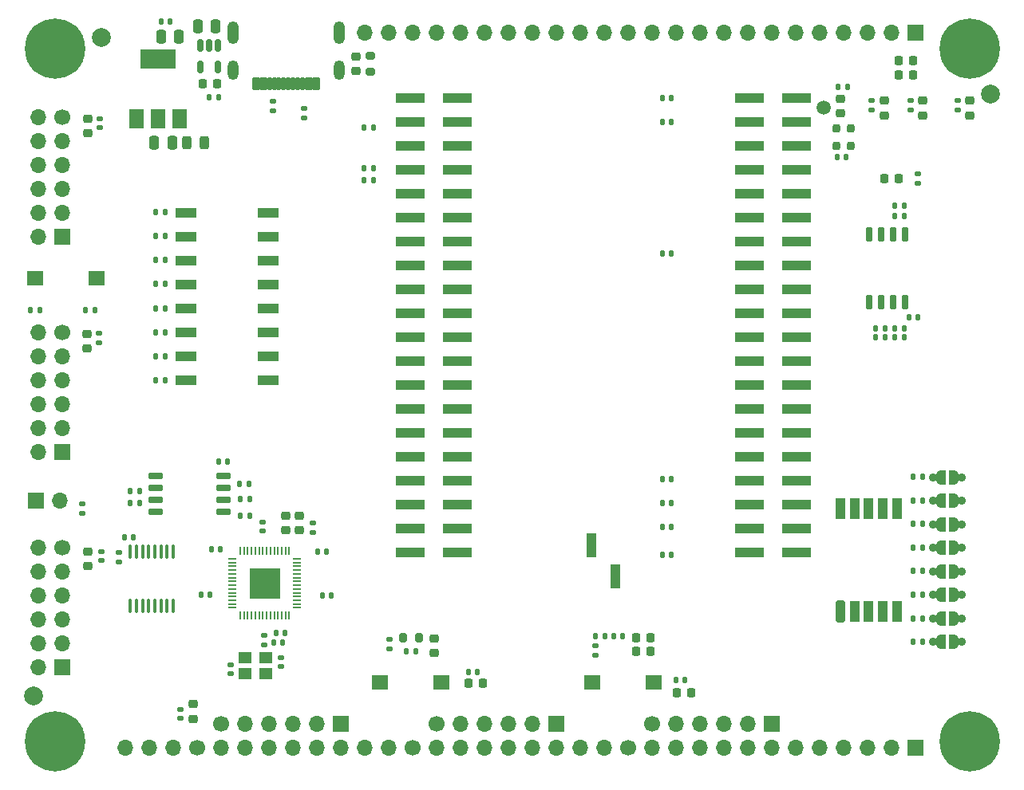
<source format=gbr>
G04 #@! TF.GenerationSoftware,KiCad,Pcbnew,7.0.9-7.0.9~ubuntu22.04.1*
G04 #@! TF.CreationDate,2023-12-15T15:20:45-05:00*
G04 #@! TF.ProjectId,tinytapeout-demo,74696e79-7461-4706-956f-75742d64656d,0.9.4*
G04 #@! TF.SameCoordinates,PX35e1f20PY8044ea0*
G04 #@! TF.FileFunction,Soldermask,Top*
G04 #@! TF.FilePolarity,Negative*
%FSLAX46Y46*%
G04 Gerber Fmt 4.6, Leading zero omitted, Abs format (unit mm)*
G04 Created by KiCad (PCBNEW 7.0.9-7.0.9~ubuntu22.04.1) date 2023-12-15 15:20:45*
%MOMM*%
%LPD*%
G01*
G04 APERTURE LIST*
G04 Aperture macros list*
%AMRoundRect*
0 Rectangle with rounded corners*
0 $1 Rounding radius*
0 $2 $3 $4 $5 $6 $7 $8 $9 X,Y pos of 4 corners*
0 Add a 4 corners polygon primitive as box body*
4,1,4,$2,$3,$4,$5,$6,$7,$8,$9,$2,$3,0*
0 Add four circle primitives for the rounded corners*
1,1,$1+$1,$2,$3*
1,1,$1+$1,$4,$5*
1,1,$1+$1,$6,$7*
1,1,$1+$1,$8,$9*
0 Add four rect primitives between the rounded corners*
20,1,$1+$1,$2,$3,$4,$5,0*
20,1,$1+$1,$4,$5,$6,$7,0*
20,1,$1+$1,$6,$7,$8,$9,0*
20,1,$1+$1,$8,$9,$2,$3,0*%
%AMFreePoly0*
4,1,19,0.500000,-0.750000,0.000000,-0.750000,0.000000,-0.744911,-0.071157,-0.744911,-0.207708,-0.704816,-0.327430,-0.627875,-0.420627,-0.520320,-0.479746,-0.390866,-0.500000,-0.250000,-0.500000,0.250000,-0.479746,0.390866,-0.420627,0.520320,-0.327430,0.627875,-0.207708,0.704816,-0.071157,0.744911,0.000000,0.744911,0.000000,0.750000,0.500000,0.750000,0.500000,-0.750000,0.500000,-0.750000,
$1*%
%AMFreePoly1*
4,1,19,0.000000,0.744911,0.071157,0.744911,0.207708,0.704816,0.327430,0.627875,0.420627,0.520320,0.479746,0.390866,0.500000,0.250000,0.500000,-0.250000,0.479746,-0.390866,0.420627,-0.520320,0.327430,-0.627875,0.207708,-0.704816,0.071157,-0.744911,0.000000,-0.744911,0.000000,-0.750000,-0.500000,-0.750000,-0.500000,0.750000,0.000000,0.750000,0.000000,0.744911,0.000000,0.744911,
$1*%
G04 Aperture macros list end*
%ADD10C,0.900000*%
%ADD11FreePoly0,180.000000*%
%ADD12FreePoly1,180.000000*%
%ADD13RoundRect,0.225000X0.225000X0.250000X-0.225000X0.250000X-0.225000X-0.250000X0.225000X-0.250000X0*%
%ADD14RoundRect,0.135000X0.185000X-0.135000X0.185000X0.135000X-0.185000X0.135000X-0.185000X-0.135000X0*%
%ADD15RoundRect,0.225000X-0.250000X0.225000X-0.250000X-0.225000X0.250000X-0.225000X0.250000X0.225000X0*%
%ADD16RoundRect,0.140000X-0.140000X-0.170000X0.140000X-0.170000X0.140000X0.170000X-0.140000X0.170000X0*%
%ADD17RoundRect,0.135000X-0.185000X0.135000X-0.185000X-0.135000X0.185000X-0.135000X0.185000X0.135000X0*%
%ADD18C,6.400000*%
%ADD19C,2.000000*%
%ADD20RoundRect,0.135000X0.135000X0.185000X-0.135000X0.185000X-0.135000X-0.185000X0.135000X-0.185000X0*%
%ADD21RoundRect,0.102000X0.300000X0.550000X-0.300000X0.550000X-0.300000X-0.550000X0.300000X-0.550000X0*%
%ADD22RoundRect,0.102000X0.150000X0.550000X-0.150000X0.550000X-0.150000X-0.550000X0.150000X-0.550000X0*%
%ADD23O,1.250000X2.400000*%
%ADD24O,1.180000X2.080000*%
%ADD25R,1.700000X1.700000*%
%ADD26O,1.700000X1.700000*%
%ADD27C,1.700000*%
%ADD28RoundRect,0.250000X0.250000X0.475000X-0.250000X0.475000X-0.250000X-0.475000X0.250000X-0.475000X0*%
%ADD29RoundRect,0.135000X-0.135000X-0.185000X0.135000X-0.185000X0.135000X0.185000X-0.135000X0.185000X0*%
%ADD30RoundRect,0.140000X-0.170000X0.140000X-0.170000X-0.140000X0.170000X-0.140000X0.170000X0.140000X0*%
%ADD31RoundRect,0.200000X0.200000X0.275000X-0.200000X0.275000X-0.200000X-0.275000X0.200000X-0.275000X0*%
%ADD32RoundRect,0.140000X0.170000X-0.140000X0.170000X0.140000X-0.170000X0.140000X-0.170000X-0.140000X0*%
%ADD33R,1.400000X1.200000*%
%ADD34RoundRect,0.225000X-0.225000X-0.250000X0.225000X-0.250000X0.225000X0.250000X-0.225000X0.250000X0*%
%ADD35RoundRect,0.140000X0.140000X0.170000X-0.140000X0.170000X-0.140000X-0.170000X0.140000X-0.170000X0*%
%ADD36RoundRect,0.225000X0.250000X-0.225000X0.250000X0.225000X-0.250000X0.225000X-0.250000X-0.225000X0*%
%ADD37RoundRect,0.102000X0.750000X0.700000X-0.750000X0.700000X-0.750000X-0.700000X0.750000X-0.700000X0*%
%ADD38R,1.000000X2.510000*%
%ADD39R,2.200000X1.100000*%
%ADD40RoundRect,0.150000X-0.150000X0.650000X-0.150000X-0.650000X0.150000X-0.650000X0.150000X0.650000X0*%
%ADD41RoundRect,0.200000X0.300000X-0.950000X0.300000X0.950000X-0.300000X0.950000X-0.300000X-0.950000X0*%
%ADD42R,1.000000X2.300000*%
%ADD43RoundRect,0.150000X-0.650000X-0.150000X0.650000X-0.150000X0.650000X0.150000X-0.650000X0.150000X0*%
%ADD44RoundRect,0.050000X-0.387500X-0.050000X0.387500X-0.050000X0.387500X0.050000X-0.387500X0.050000X0*%
%ADD45RoundRect,0.050000X-0.050000X-0.387500X0.050000X-0.387500X0.050000X0.387500X-0.050000X0.387500X0*%
%ADD46R,3.200000X3.200000*%
%ADD47RoundRect,0.243750X0.243750X0.456250X-0.243750X0.456250X-0.243750X-0.456250X0.243750X-0.456250X0*%
%ADD48RoundRect,0.200000X0.200000X0.250000X-0.200000X0.250000X-0.200000X-0.250000X0.200000X-0.250000X0*%
%ADD49RoundRect,0.102000X-0.750000X-0.700000X0.750000X-0.700000X0.750000X0.700000X-0.750000X0.700000X0*%
%ADD50RoundRect,0.200000X0.275000X-0.200000X0.275000X0.200000X-0.275000X0.200000X-0.275000X-0.200000X0*%
%ADD51RoundRect,0.100000X0.100000X-0.637500X0.100000X0.637500X-0.100000X0.637500X-0.100000X-0.637500X0*%
%ADD52RoundRect,0.150000X-0.150000X0.512500X-0.150000X-0.512500X0.150000X-0.512500X0.150000X0.512500X0*%
%ADD53R,1.500000X2.000000*%
%ADD54R,3.800000X2.000000*%
%ADD55R,3.150000X1.000000*%
%ADD56RoundRect,0.218750X0.256250X-0.218750X0.256250X0.218750X-0.256250X0.218750X-0.256250X-0.218750X0*%
%ADD57C,1.500000*%
%ADD58RoundRect,0.250000X-0.250000X-0.475000X0.250000X-0.475000X0.250000X0.475000X-0.250000X0.475000X0*%
%ADD59RoundRect,0.218750X-0.218750X-0.256250X0.218750X-0.256250X0.218750X0.256250X-0.218750X0.256250X0*%
G04 APERTURE END LIST*
D10*
G04 #@! TO.C,JP7*
X99900000Y16780000D03*
D11*
X99050000Y16780000D03*
D12*
X97750000Y16780000D03*
D10*
X96900000Y16780000D03*
G04 #@! TD*
D13*
G04 #@! TO.C,C21*
X94775000Y74500000D03*
X93225000Y74500000D03*
G04 #@! TD*
D14*
G04 #@! TO.C,R15*
X99500000Y70790000D03*
X99500000Y71810000D03*
G04 #@! TD*
D15*
G04 #@! TO.C,C32*
X28200000Y27700000D03*
X28200000Y26150000D03*
G04 #@! TD*
D16*
G04 #@! TO.C,C23*
X68195000Y72000000D03*
X69155000Y72000000D03*
G04 #@! TD*
G04 #@! TO.C,C36*
X26920000Y14250000D03*
X27880000Y14250000D03*
G04 #@! TD*
D10*
G04 #@! TO.C,JP1*
X99900000Y31780000D03*
D11*
X99050000Y31780000D03*
D12*
X97750000Y31780000D03*
D10*
X96900000Y31780000D03*
G04 #@! TD*
D17*
G04 #@! TO.C,R20*
X26900000Y71710000D03*
X26900000Y70690000D03*
G04 #@! TD*
D18*
G04 #@! TO.C,MT3*
X3750000Y77250000D03*
G04 #@! TD*
D19*
G04 #@! TO.C,FID3*
X103000000Y72500000D03*
G04 #@! TD*
D20*
G04 #@! TO.C,R38*
X24360000Y31050000D03*
X23340000Y31050000D03*
G04 #@! TD*
D21*
G04 #@! TO.C,J15*
X31450000Y73550000D03*
X30650000Y73550000D03*
D22*
X29500000Y73550000D03*
X28500000Y73550000D03*
X28000000Y73550000D03*
X27000000Y73550000D03*
D21*
X25050000Y73550000D03*
X25850000Y73550000D03*
D22*
X26500000Y73550000D03*
X27500000Y73550000D03*
X29000000Y73550000D03*
X30000000Y73550000D03*
D23*
X33870000Y79000000D03*
D24*
X22630000Y75000000D03*
X33870000Y75000000D03*
D23*
X22630000Y79000000D03*
G04 #@! TD*
D25*
G04 #@! TO.C,J13*
X4500000Y34440000D03*
D26*
X4500000Y36980000D03*
X4500000Y39520000D03*
X4500000Y42060000D03*
X4500000Y44600000D03*
D27*
X4500000Y47140000D03*
D26*
X1960000Y34440000D03*
X1960000Y36980000D03*
X1960000Y39520000D03*
X1960000Y42060000D03*
X1960000Y44600000D03*
X1960000Y47140000D03*
G04 #@! TD*
D28*
G04 #@! TO.C,C6*
X16190000Y67290000D03*
X14290000Y67290000D03*
G04 #@! TD*
D29*
G04 #@! TO.C,R5*
X14390000Y52271429D03*
X15410000Y52271429D03*
G04 #@! TD*
D30*
G04 #@! TO.C,C56*
X8700000Y23880000D03*
X8700000Y22920000D03*
G04 #@! TD*
D28*
G04 #@! TO.C,C7*
X20800000Y79700000D03*
X18900000Y79700000D03*
G04 #@! TD*
D31*
G04 #@! TO.C,R7*
X42325000Y14750000D03*
X40675000Y14750000D03*
G04 #@! TD*
D29*
G04 #@! TO.C,R1*
X14390000Y42100000D03*
X15410000Y42100000D03*
G04 #@! TD*
D32*
G04 #@! TO.C,C29*
X22400000Y10870000D03*
X22400000Y11830000D03*
G04 #@! TD*
D27*
G04 #@! TO.C,J2*
X18810000Y3000000D03*
D26*
X16270000Y3000000D03*
X13730000Y3000000D03*
X11190000Y3000000D03*
G04 #@! TD*
D16*
G04 #@! TO.C,C24*
X68195000Y29000000D03*
X69155000Y29000000D03*
G04 #@! TD*
G04 #@! TO.C,C8*
X47595000Y11100000D03*
X48555000Y11100000D03*
G04 #@! TD*
D33*
G04 #@! TO.C,Y1*
X23900000Y10900000D03*
X26100000Y10900000D03*
X26100000Y12600000D03*
X23900000Y12600000D03*
G04 #@! TD*
D14*
G04 #@! TO.C,R18*
X90400000Y70790000D03*
X90400000Y71810000D03*
G04 #@! TD*
D30*
G04 #@! TO.C,C58*
X8500000Y69880000D03*
X8500000Y68920000D03*
G04 #@! TD*
D16*
G04 #@! TO.C,C27*
X11120000Y25400000D03*
X12080000Y25400000D03*
G04 #@! TD*
D29*
G04 #@! TO.C,R11*
X14390000Y59900000D03*
X15410000Y59900000D03*
G04 #@! TD*
D34*
G04 #@! TO.C,C16*
X65400000Y13260000D03*
X66950000Y13260000D03*
G04 #@! TD*
D20*
G04 #@! TO.C,R43*
X93810000Y59500000D03*
X92790000Y59500000D03*
G04 #@! TD*
D32*
G04 #@! TO.C,C4*
X17020000Y6165000D03*
X17020000Y7125000D03*
G04 #@! TD*
D20*
G04 #@! TO.C,R24*
X95765000Y26808572D03*
X94745000Y26808572D03*
G04 #@! TD*
G04 #@! TO.C,R22*
X95765000Y31820000D03*
X94745000Y31820000D03*
G04 #@! TD*
D10*
G04 #@! TO.C,JP3*
X99900000Y26780000D03*
D11*
X99050000Y26780000D03*
D12*
X97750000Y26780000D03*
D10*
X96900000Y26780000D03*
G04 #@! TD*
D29*
G04 #@! TO.C,R3*
X14390000Y47185715D03*
X15410000Y47185715D03*
G04 #@! TD*
D10*
G04 #@! TO.C,JP8*
X99900000Y14280000D03*
D11*
X99050000Y14280000D03*
D12*
X97750000Y14280000D03*
D10*
X96900000Y14280000D03*
G04 #@! TD*
D27*
G04 #@! TO.C,J8*
X64545000Y3000000D03*
D26*
X62005000Y3000000D03*
X59465000Y3000000D03*
G04 #@! TD*
D16*
G04 #@! TO.C,C2*
X63020000Y14900000D03*
X63980000Y14900000D03*
G04 #@! TD*
D25*
G04 #@! TO.C,J12*
X4500000Y11580000D03*
D26*
X4500000Y14120000D03*
X4500000Y16660000D03*
X4500000Y19200000D03*
X4500000Y21740000D03*
D27*
X4500000Y24280000D03*
D26*
X1960000Y11580000D03*
X1960000Y14120000D03*
X1960000Y16660000D03*
X1960000Y19200000D03*
X1960000Y21740000D03*
X1960000Y24280000D03*
G04 #@! TD*
D35*
G04 #@! TO.C,C18*
X69155000Y26500000D03*
X68195000Y26500000D03*
G04 #@! TD*
D17*
G04 #@! TO.C,R41*
X39250000Y14547500D03*
X39250000Y13527500D03*
G04 #@! TD*
D36*
G04 #@! TO.C,C42*
X87100000Y70425000D03*
X87100000Y71975000D03*
G04 #@! TD*
D37*
G04 #@! TO.C,SW2*
X67250000Y10000000D03*
X60750000Y10000000D03*
G04 #@! TD*
D14*
G04 #@! TO.C,R8*
X61100000Y12890000D03*
X61100000Y13910000D03*
G04 #@! TD*
D35*
G04 #@! TO.C,C28*
X87680000Y65800000D03*
X86720000Y65800000D03*
G04 #@! TD*
D16*
G04 #@! TO.C,C35*
X32120000Y19200000D03*
X33080000Y19200000D03*
G04 #@! TD*
D25*
G04 #@! TO.C,J3*
X34045000Y5545000D03*
D26*
X31505000Y5545000D03*
X28965000Y5545000D03*
X26425000Y5545000D03*
X23885000Y5545000D03*
D27*
X21345000Y5545000D03*
D26*
X34045000Y3005000D03*
X31505000Y3005000D03*
X28965000Y3005000D03*
X26425000Y3005000D03*
X23885000Y3005000D03*
X21345000Y3005000D03*
G04 #@! TD*
D38*
G04 #@! TO.C,J7*
X63190000Y21245000D03*
X60650000Y24555000D03*
G04 #@! TD*
D29*
G04 #@! TO.C,R12*
X40990000Y13250000D03*
X42010000Y13250000D03*
G04 #@! TD*
D13*
G04 #@! TO.C,C25*
X94775000Y76040000D03*
X93225000Y76040000D03*
G04 #@! TD*
D18*
G04 #@! TO.C,MT4*
X100750000Y77250000D03*
G04 #@! TD*
G04 #@! TO.C,MT2*
X100750000Y3750000D03*
G04 #@! TD*
D15*
G04 #@! TO.C,C5*
X18400000Y7675000D03*
X18400000Y6125000D03*
G04 #@! TD*
D29*
G04 #@! TO.C,R13*
X61090000Y14900000D03*
X62110000Y14900000D03*
G04 #@! TD*
D17*
G04 #@! TO.C,R21*
X30200000Y70910000D03*
X30200000Y69890000D03*
G04 #@! TD*
D29*
G04 #@! TO.C,R42*
X86790000Y73200000D03*
X87810000Y73200000D03*
G04 #@! TD*
D25*
G04 #@! TO.C,J5*
X56905000Y5545000D03*
D26*
X54365000Y5545000D03*
X51825000Y5545000D03*
X49285000Y5545000D03*
X46745000Y5545000D03*
D27*
X44205000Y5545000D03*
D26*
X56905000Y3005000D03*
X54365000Y3005000D03*
X51825000Y3005000D03*
X49285000Y3005000D03*
X46745000Y3005000D03*
X44205000Y3005000D03*
G04 #@! TD*
D29*
G04 #@! TO.C,R2*
X14390000Y44642858D03*
X15410000Y44642858D03*
G04 #@! TD*
D39*
G04 #@! TO.C,SW4*
X17600000Y59890000D03*
X17600000Y57350000D03*
X17600000Y54810000D03*
X17600000Y52270000D03*
X17600000Y49730000D03*
X17600000Y47190000D03*
X17600000Y44650000D03*
X17600000Y42110000D03*
X26400000Y42110000D03*
X26400000Y44650000D03*
X26400000Y47190000D03*
X26400000Y49730000D03*
X26400000Y52270000D03*
X26400000Y54810000D03*
X26400000Y57350000D03*
X26400000Y59890000D03*
G04 #@! TD*
D17*
G04 #@! TO.C,R19*
X95250000Y64010000D03*
X95250000Y62990000D03*
G04 #@! TD*
D10*
G04 #@! TO.C,JP2*
X99900000Y29280000D03*
D11*
X99050000Y29280000D03*
D12*
X97750000Y29280000D03*
D10*
X96900000Y29280000D03*
G04 #@! TD*
D40*
G04 #@! TO.C,U7*
X93905000Y57600000D03*
X92635000Y57600000D03*
X91365000Y57600000D03*
X90095000Y57600000D03*
X90095000Y50400000D03*
X91365000Y50400000D03*
X92635000Y50400000D03*
X93905000Y50400000D03*
G04 #@! TD*
D30*
G04 #@! TO.C,C30*
X27700000Y12630000D03*
X27700000Y11670000D03*
G04 #@! TD*
D20*
G04 #@! TO.C,R28*
X95765000Y16785716D03*
X94745000Y16785716D03*
G04 #@! TD*
D35*
G04 #@! TO.C,C39*
X21280000Y24100000D03*
X20320000Y24100000D03*
G04 #@! TD*
D41*
G04 #@! TO.C,U1*
X87050000Y17550000D03*
D42*
X88550000Y17550000D03*
X90050000Y17550000D03*
X91550000Y17550000D03*
X93050000Y17550000D03*
X93050000Y28450000D03*
X91550000Y28450000D03*
X90050000Y28450000D03*
X88550000Y28450000D03*
X87050000Y28450000D03*
G04 #@! TD*
D20*
G04 #@! TO.C,R23*
X95765000Y29314286D03*
X94745000Y29314286D03*
G04 #@! TD*
D35*
G04 #@! TO.C,C38*
X20180000Y19300000D03*
X19220000Y19300000D03*
G04 #@! TD*
D20*
G04 #@! TO.C,R45*
X93810000Y47600000D03*
X92790000Y47600000D03*
G04 #@! TD*
D43*
G04 #@! TO.C,U5*
X14400000Y31905000D03*
X14400000Y30635000D03*
X14400000Y29365000D03*
X14400000Y28095000D03*
X21600000Y28095000D03*
X21600000Y29365000D03*
X21600000Y30635000D03*
X21600000Y31905000D03*
G04 #@! TD*
D36*
G04 #@! TO.C,C37*
X29700000Y26125000D03*
X29700000Y27675000D03*
G04 #@! TD*
D29*
G04 #@! TO.C,R35*
X11740000Y29035000D03*
X12760000Y29035000D03*
G04 #@! TD*
D25*
G04 #@! TO.C,J10*
X1690000Y29260000D03*
D26*
X4230000Y29260000D03*
G04 #@! TD*
D44*
G04 #@! TO.C,U6*
X22562500Y23100000D03*
X22562500Y22700000D03*
X22562500Y22300000D03*
X22562500Y21900000D03*
X22562500Y21500000D03*
X22562500Y21100000D03*
X22562500Y20700000D03*
X22562500Y20300000D03*
X22562500Y19900000D03*
X22562500Y19500000D03*
X22562500Y19100000D03*
X22562500Y18700000D03*
X22562500Y18300000D03*
X22562500Y17900000D03*
D45*
X23400000Y17062500D03*
X23800000Y17062500D03*
X24200000Y17062500D03*
X24600000Y17062500D03*
X25000000Y17062500D03*
X25400000Y17062500D03*
X25800000Y17062500D03*
X26200000Y17062500D03*
X26600000Y17062500D03*
X27000000Y17062500D03*
X27400000Y17062500D03*
X27800000Y17062500D03*
X28200000Y17062500D03*
X28600000Y17062500D03*
D44*
X29437500Y17900000D03*
X29437500Y18300000D03*
X29437500Y18700000D03*
X29437500Y19100000D03*
X29437500Y19500000D03*
X29437500Y19900000D03*
X29437500Y20300000D03*
X29437500Y20700000D03*
X29437500Y21100000D03*
X29437500Y21500000D03*
X29437500Y21900000D03*
X29437500Y22300000D03*
X29437500Y22700000D03*
X29437500Y23100000D03*
D45*
X28600000Y23937500D03*
X28200000Y23937500D03*
X27800000Y23937500D03*
X27400000Y23937500D03*
X27000000Y23937500D03*
X26600000Y23937500D03*
X26200000Y23937500D03*
X25800000Y23937500D03*
X25400000Y23937500D03*
X25000000Y23937500D03*
X24600000Y23937500D03*
X24200000Y23937500D03*
X23800000Y23937500D03*
X23400000Y23937500D03*
D46*
X26000000Y20500000D03*
G04 #@! TD*
D32*
G04 #@! TO.C,C33*
X31100000Y25920000D03*
X31100000Y26880000D03*
G04 #@! TD*
D20*
G04 #@! TO.C,R27*
X95765000Y19291430D03*
X94745000Y19291430D03*
G04 #@! TD*
D16*
G04 #@! TO.C,C20*
X68195000Y55500000D03*
X69155000Y55500000D03*
G04 #@! TD*
D27*
G04 #@! TO.C,J17*
X41700000Y3000000D03*
D26*
X39160000Y3000000D03*
X36620000Y3000000D03*
G04 #@! TD*
D13*
G04 #@! TO.C,C9*
X49150000Y9900000D03*
X47600000Y9900000D03*
G04 #@! TD*
D47*
G04 #@! TO.C,F1*
X19627500Y67302500D03*
X17752500Y67302500D03*
G04 #@! TD*
D25*
G04 #@! TO.C,J9*
X95000000Y79000000D03*
D26*
X92460000Y79000000D03*
X89920000Y79000000D03*
X87380000Y79000000D03*
X84840000Y79000000D03*
X82300000Y79000000D03*
X79760000Y79000000D03*
X77220000Y79000000D03*
X74680000Y79000000D03*
X72140000Y79000000D03*
X69600000Y79000000D03*
X67060000Y79000000D03*
X64520000Y79000000D03*
X61980000Y79000000D03*
X59440000Y79000000D03*
X56900000Y79000000D03*
X54360000Y79000000D03*
X51820000Y79000000D03*
X49280000Y79000000D03*
X46740000Y79000000D03*
X44200000Y79000000D03*
X41660000Y79000000D03*
X39120000Y79000000D03*
X36580000Y79000000D03*
G04 #@! TD*
D16*
G04 #@! TO.C,C12*
X15020000Y80200000D03*
X15980000Y80200000D03*
G04 #@! TD*
D29*
G04 #@! TO.C,R40*
X11740000Y30335000D03*
X12760000Y30335000D03*
G04 #@! TD*
D14*
G04 #@! TO.C,R37*
X25900000Y13990000D03*
X25900000Y15010000D03*
G04 #@! TD*
D16*
G04 #@! TO.C,C26*
X68195000Y23500000D03*
X69155000Y23500000D03*
G04 #@! TD*
G04 #@! TO.C,C19*
X68195000Y69500000D03*
X69155000Y69500000D03*
G04 #@! TD*
D48*
G04 #@! TO.C,X1*
X88125000Y66975000D03*
X88125000Y68825000D03*
X86675000Y68825000D03*
X86675000Y66975000D03*
G04 #@! TD*
D13*
G04 #@! TO.C,C15*
X71225000Y8900000D03*
X69675000Y8900000D03*
G04 #@! TD*
D49*
G04 #@! TO.C,SW3*
X1650000Y52900000D03*
X8150000Y52900000D03*
G04 #@! TD*
D50*
G04 #@! TO.C,R16*
X37200000Y74875000D03*
X37200000Y76525000D03*
G04 #@! TD*
D34*
G04 #@! TO.C,C17*
X65400000Y14760000D03*
X66950000Y14760000D03*
G04 #@! TD*
D51*
G04 #@! TO.C,U4*
X11725000Y18137500D03*
X12375000Y18137500D03*
X13025000Y18137500D03*
X13675000Y18137500D03*
X14325000Y18137500D03*
X14975000Y18137500D03*
X15625000Y18137500D03*
X16275000Y18137500D03*
X16275000Y23862500D03*
X15625000Y23862500D03*
X14975000Y23862500D03*
X14325000Y23862500D03*
X13675000Y23862500D03*
X13025000Y23862500D03*
X12375000Y23862500D03*
X11725000Y23862500D03*
G04 #@! TD*
D37*
G04 #@! TO.C,SW1*
X44750000Y10000000D03*
X38250000Y10000000D03*
G04 #@! TD*
D36*
G04 #@! TO.C,C3*
X35700000Y74925000D03*
X35700000Y76475000D03*
G04 #@! TD*
D19*
G04 #@! TO.C,FID2*
X8700000Y78500000D03*
G04 #@! TD*
D14*
G04 #@! TO.C,R17*
X94550000Y70790000D03*
X94550000Y71810000D03*
G04 #@! TD*
D16*
G04 #@! TO.C,C34*
X31570000Y23900000D03*
X32530000Y23900000D03*
G04 #@! TD*
D10*
G04 #@! TO.C,JP5*
X99900000Y21780000D03*
D11*
X99050000Y21780000D03*
D12*
X97750000Y21780000D03*
D10*
X96900000Y21780000D03*
G04 #@! TD*
D20*
G04 #@! TO.C,R31*
X37510000Y64600000D03*
X36490000Y64600000D03*
G04 #@! TD*
D52*
G04 #@! TO.C,U3*
X21050000Y77637500D03*
X20100000Y77637500D03*
X19150000Y77637500D03*
X19150000Y75362500D03*
X21050000Y75362500D03*
G04 #@! TD*
D30*
G04 #@! TO.C,C60*
X8400000Y47030000D03*
X8400000Y46070000D03*
G04 #@! TD*
D53*
G04 #@! TO.C,U2*
X12350000Y69850000D03*
X14650000Y69850000D03*
D54*
X14650000Y76150000D03*
D53*
X16950000Y69850000D03*
G04 #@! TD*
D20*
G04 #@! TO.C,R25*
X95765000Y24302858D03*
X94745000Y24302858D03*
G04 #@! TD*
D25*
G04 #@! TO.C,J14*
X4500000Y57300000D03*
D26*
X4500000Y59840000D03*
X4500000Y62380000D03*
X4500000Y64920000D03*
X4500000Y67460000D03*
D27*
X4500000Y70000000D03*
D26*
X1960000Y57300000D03*
X1960000Y59840000D03*
X1960000Y62380000D03*
X1960000Y64920000D03*
X1960000Y67460000D03*
X1960000Y70000000D03*
G04 #@! TD*
D19*
G04 #@! TO.C,FID1*
X1500000Y8500000D03*
G04 #@! TD*
D20*
G04 #@! TO.C,R29*
X95765000Y14280000D03*
X94745000Y14280000D03*
G04 #@! TD*
D36*
G04 #@! TO.C,C61*
X7150000Y45425000D03*
X7150000Y46975000D03*
G04 #@! TD*
D20*
G04 #@! TO.C,R47*
X93810000Y46600000D03*
X92790000Y46600000D03*
G04 #@! TD*
D29*
G04 #@! TO.C,R6*
X14390000Y54814286D03*
X15410000Y54814286D03*
G04 #@! TD*
D10*
G04 #@! TO.C,JP6*
X99900000Y19280000D03*
D11*
X99050000Y19280000D03*
D12*
X97750000Y19280000D03*
D10*
X96900000Y19280000D03*
G04 #@! TD*
D13*
G04 #@! TO.C,C11*
X20925000Y73600000D03*
X19375000Y73600000D03*
G04 #@! TD*
D55*
G04 #@! TO.C,J4*
X41395000Y72030000D03*
X46445000Y72030000D03*
X41395000Y69490000D03*
X46445000Y69490000D03*
X41395000Y66950000D03*
X46445000Y66950000D03*
X41395000Y64410000D03*
X46445000Y64410000D03*
X41395000Y61870000D03*
X46445000Y61870000D03*
X41395000Y59330000D03*
X46445000Y59330000D03*
X41395000Y56790000D03*
X46445000Y56790000D03*
X41395000Y54250000D03*
X46445000Y54250000D03*
X41395000Y51710000D03*
X46445000Y51710000D03*
X41395000Y49170000D03*
X46445000Y49170000D03*
X41395000Y46630000D03*
X46445000Y46630000D03*
X41395000Y44090000D03*
X46445000Y44090000D03*
X41395000Y41550000D03*
X46445000Y41550000D03*
X41395000Y39010000D03*
X46445000Y39010000D03*
X41395000Y36470000D03*
X46445000Y36470000D03*
X41395000Y33930000D03*
X46445000Y33930000D03*
X41395000Y31390000D03*
X46445000Y31390000D03*
X41395000Y28850000D03*
X46445000Y28850000D03*
X41395000Y26310000D03*
X46445000Y26310000D03*
X41395000Y23770000D03*
X46445000Y23770000D03*
X77395000Y72030000D03*
X82445000Y72030000D03*
X77395000Y69490000D03*
X82445000Y69490000D03*
X77395000Y66950000D03*
X82445000Y66950000D03*
X77395000Y64410000D03*
X82445000Y64410000D03*
X77395000Y61870000D03*
X82445000Y61870000D03*
X77395000Y59330000D03*
X82445000Y59330000D03*
X77395000Y56790000D03*
X82445000Y56790000D03*
X77395000Y54250000D03*
X82445000Y54250000D03*
X77395000Y51710000D03*
X82445000Y51710000D03*
X77395000Y49170000D03*
X82445000Y49170000D03*
X77395000Y46630000D03*
X82445000Y46630000D03*
X77395000Y44090000D03*
X82445000Y44090000D03*
X77395000Y41550000D03*
X82445000Y41550000D03*
X77395000Y39010000D03*
X82445000Y39010000D03*
X77395000Y36470000D03*
X82445000Y36470000D03*
X77395000Y33930000D03*
X82445000Y33930000D03*
X77395000Y31390000D03*
X82445000Y31390000D03*
X77395000Y28850000D03*
X82445000Y28850000D03*
X77395000Y26310000D03*
X82445000Y26310000D03*
X77395000Y23770000D03*
X82445000Y23770000D03*
G04 #@! TD*
D35*
G04 #@! TO.C,C43*
X95280000Y48800000D03*
X94320000Y48800000D03*
G04 #@! TD*
D25*
G04 #@! TO.C,J1*
X95000000Y3000000D03*
D26*
X92460000Y3000000D03*
X89920000Y3000000D03*
X87380000Y3000000D03*
X84840000Y3000000D03*
X82300000Y3000000D03*
G04 #@! TD*
D29*
G04 #@! TO.C,R10*
X14390000Y57357143D03*
X15410000Y57357143D03*
G04 #@! TD*
D56*
G04 #@! TO.C,D2*
X95800000Y70212500D03*
X95800000Y71787500D03*
G04 #@! TD*
D29*
G04 #@! TO.C,R30*
X36490000Y68900000D03*
X37510000Y68900000D03*
G04 #@! TD*
D20*
G04 #@! TO.C,R44*
X93810000Y60600000D03*
X92790000Y60600000D03*
G04 #@! TD*
G04 #@! TO.C,R26*
X95765000Y21797144D03*
X94745000Y21797144D03*
G04 #@! TD*
D32*
G04 #@! TO.C,C41*
X25800000Y26070000D03*
X25800000Y27030000D03*
G04 #@! TD*
D35*
G04 #@! TO.C,C13*
X21080000Y72100000D03*
X20120000Y72100000D03*
G04 #@! TD*
D20*
G04 #@! TO.C,R48*
X91810000Y47600000D03*
X90790000Y47600000D03*
G04 #@! TD*
D25*
G04 #@! TO.C,J6*
X79765000Y5545000D03*
D26*
X77225000Y5545000D03*
X74685000Y5545000D03*
X72145000Y5545000D03*
X69605000Y5545000D03*
D27*
X67065000Y5545000D03*
D26*
X79765000Y3005000D03*
X77225000Y3005000D03*
X74685000Y3005000D03*
X72145000Y3005000D03*
X69605000Y3005000D03*
X67065000Y3005000D03*
G04 #@! TD*
D10*
G04 #@! TO.C,JP4*
X99900000Y24280000D03*
D11*
X99050000Y24280000D03*
D12*
X97750000Y24280000D03*
D10*
X96900000Y24280000D03*
G04 #@! TD*
D36*
G04 #@! TO.C,C57*
X7200000Y22325000D03*
X7200000Y23875000D03*
G04 #@! TD*
D16*
G04 #@! TO.C,C14*
X69620000Y10200000D03*
X70580000Y10200000D03*
G04 #@! TD*
D56*
G04 #@! TO.C,D3*
X91700000Y70212500D03*
X91700000Y71787500D03*
G04 #@! TD*
D20*
G04 #@! TO.C,R34*
X24410000Y29450000D03*
X23390000Y29450000D03*
G04 #@! TD*
D29*
G04 #@! TO.C,R9*
X6990000Y49500000D03*
X8010000Y49500000D03*
G04 #@! TD*
D20*
G04 #@! TO.C,R46*
X91810000Y46600000D03*
X90790000Y46600000D03*
G04 #@! TD*
D17*
G04 #@! TO.C,R33*
X10500000Y23810000D03*
X10500000Y22790000D03*
G04 #@! TD*
D56*
G04 #@! TO.C,D1*
X100800000Y70212500D03*
X100800000Y71787500D03*
G04 #@! TD*
D57*
G04 #@! TO.C,TP1*
X85300000Y71000000D03*
G04 #@! TD*
D20*
G04 #@! TO.C,R39*
X24410000Y27700000D03*
X23390000Y27700000D03*
G04 #@! TD*
D58*
G04 #@! TO.C,C10*
X15000000Y78540000D03*
X16900000Y78540000D03*
G04 #@! TD*
D59*
G04 #@! TO.C,D4*
X91712500Y63500000D03*
X93287500Y63500000D03*
G04 #@! TD*
D29*
G04 #@! TO.C,R32*
X36490000Y63300000D03*
X37510000Y63300000D03*
G04 #@! TD*
D18*
G04 #@! TO.C,MT1*
X3750000Y3750000D03*
G04 #@! TD*
D29*
G04 #@! TO.C,R4*
X14390000Y49728572D03*
X15410000Y49728572D03*
G04 #@! TD*
D16*
G04 #@! TO.C,C40*
X27170000Y15200000D03*
X28130000Y15200000D03*
G04 #@! TD*
D36*
G04 #@! TO.C,C1*
X44000000Y13125000D03*
X44000000Y14675000D03*
G04 #@! TD*
D14*
G04 #@! TO.C,R36*
X6600000Y27890000D03*
X6600000Y28910000D03*
G04 #@! TD*
D36*
G04 #@! TO.C,C59*
X7200000Y68325000D03*
X7200000Y69875000D03*
G04 #@! TD*
D16*
G04 #@! TO.C,C31*
X21070000Y33400000D03*
X22030000Y33400000D03*
G04 #@! TD*
G04 #@! TO.C,C22*
X68195000Y31540000D03*
X69155000Y31540000D03*
G04 #@! TD*
D29*
G04 #@! TO.C,R14*
X1090000Y49500000D03*
X2110000Y49500000D03*
G04 #@! TD*
M02*

</source>
